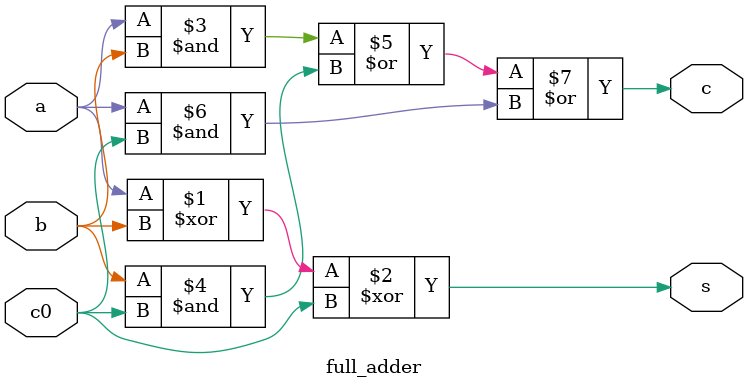
<source format=v>
`timescale 1ns / 1ps

//Assignment Number: 1
//Problem number: 1b
//Group Number: 12
//Names of group members: K Sai Santhoshi Niharika(19CS10037),Surkanti Akshitha(19CS30049)

//////////////////////////////////////////////////////////////////////////////////

module full_adder(a, b, c0, s, c);

	input a;

	input b;

	input c0;

	output s;

	output c;

	assign s=(a^b^c0);

	assign c=((a&b)|(b&c0)|(a&c0));

endmodule



////////////////////////////////////////////////////////////////////////////////////////////////////

//	 Delay:               1.246ns (Levels of Logic = 3)
//  Source:            a (PAD)
//  Destination:       s (PAD)

// Data Path: a to s
//                               Gate     Net
//    Cell:in->out      fanout   Delay   Delay  Logical Name (Net Name)
//    ----------------------------------------  ------------
//     IBUF:I->O             2   0.001   0.722  a_IBUF (a_IBUF)
//     LUT3:I0->O            1   0.124   0.399  s1 (s_OBUF)
//     OBUF:I->O                 0.000          s_OBUF (s)
//    ----------------------------------------
//    Total                      1.246ns (0.125ns logic, 1.121ns route) (10.0% logic, 90.0% route)

////////////////////////////////////////////////////////////////////////////////////////////////////
</source>
